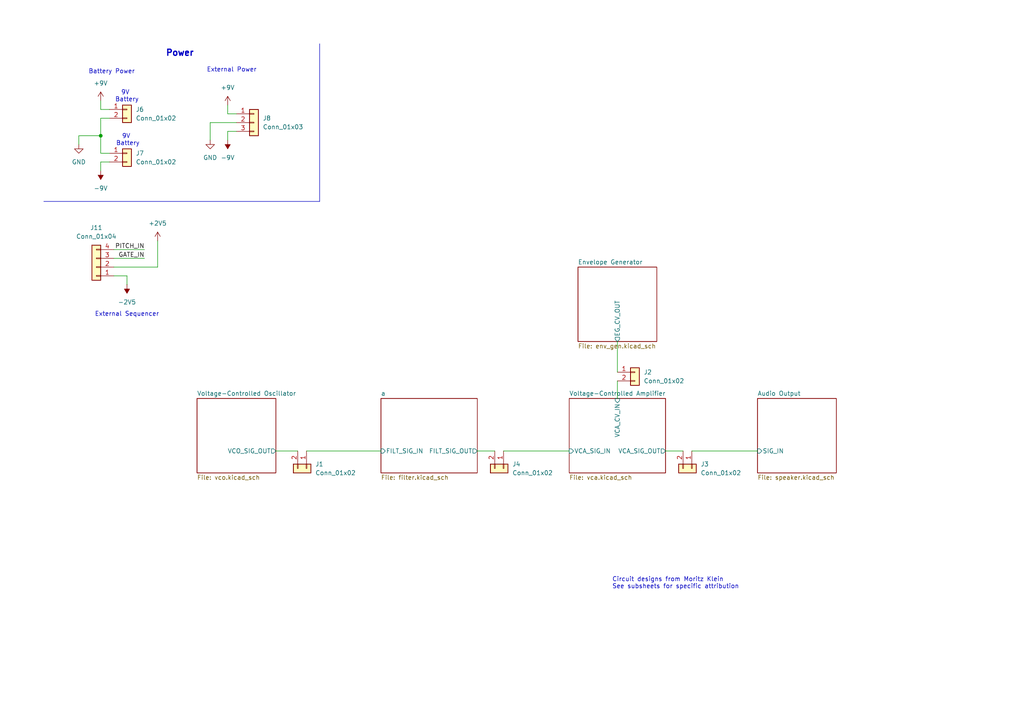
<source format=kicad_sch>
(kicad_sch (version 20250114) (generator "eeschema") (generator_version "9.0")
  (paper "A4")
  (lib_symbols
    (symbol "Connector_Generic:Conn_01x02" (pin_names (offset 1.016) (hide yes))
      (property "Reference" "J" (at 0 2.54 0))
      (property "Value" "Conn_01x02" (at 0 -5.08 0))
      (symbol "Conn_01x02_1_1"
        (rectangle (start -1.27 1.27) (end 1.27 -3.81) (stroke (width 0.254)) (fill (type background)))
        (rectangle (start -1.27 0.127) (end 0 -0.127) (stroke (width 0.1524)))
        (rectangle (start -1.27 -2.413) (end 0 -2.667) (stroke (width 0.1524)))
        (pin passive line (at -5.08 0 0) (length 3.81) (name "Pin_1") (number "1"))
        (pin passive line (at -5.08 -2.54 0) (length 3.81) (name "Pin_2") (number "2"))
      )
    )
    (symbol "Connector_Generic:Conn_01x03" (pin_names (offset 1.016) (hide yes))
      (property "Reference" "J" (at 0 5.08 0))
      (property "Value" "Conn_01x03" (at 0 -5.08 0))
      (symbol "Conn_01x03_1_1"
        (rectangle (start -1.27 3.81) (end 1.27 -3.81) (stroke (width 0.254)) (fill (type background)))
        (rectangle (start -1.27 2.667) (end 0 2.413) (stroke (width 0.1524)))
        (rectangle (start -1.27 0.127) (end 0 -0.127) (stroke (width 0.1524)))
        (rectangle (start -1.27 -2.413) (end 0 -2.667) (stroke (width 0.1524)))
        (pin passive line (at -5.08 2.54 0) (length 3.81) (name "Pin_1") (number "1"))
        (pin passive line (at -5.08 0 0) (length 3.81) (name "Pin_2") (number "2"))
        (pin passive line (at -5.08 -2.54 0) (length 3.81) (name "Pin_3") (number "3"))
      )
    )
    (symbol "Connector_Generic:Conn_01x04" (pin_names (offset 1.016) (hide yes))
      (property "Reference" "J" (at 0 5.08 0))
      (property "Value" "Conn_01x04" (at 0 -7.62 0))
      (symbol "Conn_01x04_1_1"
        (rectangle (start -1.27 3.81) (end 1.27 -6.35) (stroke (width 0.254)) (fill (type background)))
        (rectangle (start -1.27 2.667) (end 0 2.413) (stroke (width 0.1524)))
        (rectangle (start -1.27 0.127) (end 0 -0.127) (stroke (width 0.1524)))
        (rectangle (start -1.27 -2.413) (end 0 -2.667) (stroke (width 0.1524)))
        (rectangle (start -1.27 -4.953) (end 0 -5.207) (stroke (width 0.1524)))
        (pin passive line (at -5.08 2.54 0) (length 3.81) (name "Pin_1") (number "1"))
        (pin passive line (at -5.08 0 0) (length 3.81) (name "Pin_2") (number "2"))
        (pin passive line (at -5.08 -2.54 0) (length 3.81) (name "Pin_3") (number "3"))
        (pin passive line (at -5.08 -5.08 0) (length 3.81) (name "Pin_4") (number "4"))
      )
    )
    (symbol "power:+2V5" (power) (pin_numbers (hide yes)) (pin_names (offset 0) (hide yes))
      (property "Value" "+2V5" (at 0 3.556 0))
      (symbol "+2V5_0_1"
        (polyline (pts (xy -0.762 1.27) (xy 0 2.54)))
        (polyline (pts (xy 0 2.54) (xy 0.762 1.27)))
        (polyline (pts (xy 0 0) (xy 0 2.54)))
      )
      (symbol "+2V5_1_1"
        (pin power_in line (at 0 0 90) (length 0) (name "~") (number "1"))
      )
    )
    (symbol "power:+9V" (power) (pin_numbers (hide yes)) (pin_names (offset 0) (hide yes))
      (property "Value" "+9V" (at 0 3.556 0))
      (symbol "+9V_0_1"
        (polyline (pts (xy -0.762 1.27) (xy 0 2.54)))
        (polyline (pts (xy 0 2.54) (xy 0.762 1.27)))
        (polyline (pts (xy 0 0) (xy 0 2.54)))
      )
      (symbol "+9V_1_1"
        (pin power_in line (at 0 0 90) (length 0) (name "~") (number "1"))
      )
    )
    (symbol "power:-2V5" (power) (pin_numbers (hide yes)) (pin_names (offset 0) (hide yes))
      (property "Value" "-2V5" (at 0 3.556 0))
      (symbol "-2V5_0_0"
        (pin power_in line (at 0 0 90) (length 0) (name "~") (number "1"))
      )
      (symbol "-2V5_0_1"
        (polyline (pts (xy 0 0) (xy 0 1.27) (xy 0.762 1.27) (xy 0 2.54) (xy -0.762 1.27) (xy 0 1.27)) (fill (type outline)))
      )
    )
    (symbol "power:-9V" (power) (pin_numbers (hide yes)) (pin_names (offset 0) (hide yes))
      (property "Value" "-9V" (at 0 3.556 0))
      (symbol "-9V_0_1"
        (polyline (pts (xy 0 0) (xy 0 2.54)))
        (polyline (pts (xy 0.762 1.27) (xy -0.762 1.27) (xy 0 2.54) (xy 0.762 1.27)) (fill (type outline)))
      )
      (symbol "-9V_1_1"
        (pin power_in line (at 0 0 90) (length 0) (name "~") (number "1"))
      )
    )
    (symbol "power:GND" (power) (pin_numbers (hide yes)) (pin_names (offset 0) (hide yes))
      (property "Value" "GND" (at 0 -3.81 0))
      (symbol "GND_0_1"
        (polyline (pts (xy 0 0) (xy 0 -1.27) (xy 1.27 -1.27) (xy 0 -2.54) (xy -1.27 -1.27) (xy 0 -1.27)))
      )
      (symbol "GND_1_1"
        (pin power_in line (at 0 0 270) (length 0) (name "~") (number "1"))
      )
    )
  )
  (text "External Sequencer" (at 36.83 91.186 0) (effects (font (size 1.27 1.27))))
  (text "Power" (at 48.006 15.494 0) (effects (font (size 1.778 1.778) (thickness 0.3556) (bold yes)) (justify left)))
  (text "Circuit designs from Moritz Klein\nSee subsheets for specific attribution" (at 177.546 169.164 0) (effects (font (size 1.27 1.27)) (justify left)))
  (text "External Power" (at 59.944 20.32 0) (effects (font (size 1.27 1.27)) (justify left)))
  (text "Battery Power" (at 25.654 20.828 0) (effects (font (size 1.27 1.27)) (justify left)))
  (text "9V \nBattery" (at 37.084 40.64 0) (effects (font (size 1.27 1.27))))
  (text "9V \nBattery" (at 36.83 27.94 0) (effects (font (size 1.27 1.27))))
  (junction (at 29.21 39.37))
  (wire (pts (xy 31.75 44.45) (xy 29.21 44.45)))
  (wire (pts (xy 68.58 35.56) (xy 60.96 35.56)))
  (wire (pts (xy 66.04 38.1) (xy 66.04 40.64)))
  (wire (pts (xy 29.21 31.75) (xy 31.75 31.75)))
  (wire (pts (xy 33.02 72.39) (xy 41.91 72.39)))
  (wire (pts (xy 66.04 33.02) (xy 68.58 33.02)))
  (wire (pts (xy 66.04 30.48) (xy 66.04 33.02)))
  (wire (pts (xy 36.83 80.01) (xy 36.83 82.55)))
  (wire (pts (xy 60.96 35.56) (xy 60.96 40.64)))
  (wire (pts (xy 31.75 34.29) (xy 29.21 34.29)))
  (wire (pts (xy 193.04 130.81) (xy 198.12 130.81)))
  (wire (pts (xy 179.07 110.49) (xy 179.07 115.57)))
  (wire (pts (xy 45.72 77.47) (xy 45.72 69.85)))
  (wire (pts (xy 22.86 39.37) (xy 29.21 39.37)))
  (wire (pts (xy 33.02 77.47) (xy 45.72 77.47)))
  (wire (pts (xy 33.02 74.93) (xy 41.91 74.93)))
  (wire (pts (xy 80.01 130.81) (xy 86.36 130.81)))
  (wire (pts (xy 31.75 46.99) (xy 29.21 46.99)))
  (polyline (pts (xy 12.7 58.42) (xy 92.71 58.42)))
  (wire (pts (xy 33.02 80.01) (xy 36.83 80.01)))
  (wire (pts (xy 68.58 38.1) (xy 66.04 38.1)))
  (wire (pts (xy 22.86 41.91) (xy 22.86 39.37)))
  (wire (pts (xy 88.9 130.81) (xy 110.49 130.81)))
  (wire (pts (xy 29.21 29.21) (xy 29.21 31.75)))
  (wire (pts (xy 29.21 39.37) (xy 29.21 44.45)))
  (wire (pts (xy 200.66 130.81) (xy 219.71 130.81)))
  (polyline (pts (xy 92.71 12.7) (xy 92.71 58.42)))
  (wire (pts (xy 179.07 99.06) (xy 179.07 107.95)))
  (wire (pts (xy 29.21 34.29) (xy 29.21 39.37)))
  (wire (pts (xy 138.43 130.81) (xy 143.51 130.81)))
  (wire (pts (xy 29.21 46.99) (xy 29.21 49.53)))
  (wire (pts (xy 146.05 130.81) (xy 165.1 130.81)))
  (label "GATE_IN" (at 41.91 74.93 180))
  (label "PITCH_IN" (at 41.91 72.39 180))
  (symbol (lib_id "power:-2V5") (at 36.83 82.55 180) (unit 1)
    (property "Reference" "#PWR010" (effects (hide yes)))
    (property "Value" "-2V5" (at 36.83 87.63 0))
    (property "Description" "Power symbol creates a global label with name \"-2V5\"" (effects (hide yes)))
  )
  (symbol (lib_id "power:GND") (at 22.86 41.91 0) (unit 1)
    (property "Reference" "#PWR058" (effects (hide yes)))
    (property "Value" "GND" (at 22.86 46.99 0))
    (property "Description" "Power symbol creates a global label with name \"GND\" , ground" (effects (hide yes)))
  )
  (symbol (lib_id "Connector_Generic:Conn_01x02") (at 200.66 135.89 270) (unit 1)
    (property "Reference" "J3" (at 203.2 134.6199 90) (effects (justify left)))
    (property "Value" "Conn_01x02" (at 203.2 137.1599 90) (effects (justify left)))
    (property "Footprint" "Connector_PinHeader_2.54mm:PinHeader_1x02_P2.54mm_Vertical" (effects (hide yes)))
    (property "Description" "Generic connector, single row, 01x02, script generated (kicad-library-utils/schlib/autogen/connector/)" (effects (hide yes)))
  )
  (symbol (lib_id "Connector_Generic:Conn_01x03") (at 73.66 35.56 0) (unit 1)
    (property "Reference" "J8" (at 76.2 34.2899 0) (effects (justify left)))
    (property "Value" "Conn_01x03" (at 76.2 36.8299 0) (effects (justify left)))
    (property "Footprint" "Connector_PinHeader_2.54mm:PinHeader_1x03_P2.54mm_Horizontal" (effects (hide yes)))
    (property "Description" "Generic connector, single row, 01x03, script generated (kicad-library-utils/schlib/autogen/connector/)" (effects (hide yes)))
  )
  (symbol (lib_id "power:-9V") (at 29.21 49.53 180) (unit 1)
    (property "Reference" "#PWR057" (effects (hide yes)))
    (property "Value" "-9V" (at 29.21 54.61 0))
    (property "Description" "Power symbol creates a global label with name \"-9V\"" (effects (hide yes)))
  )
  (symbol (lib_id "Connector_Generic:Conn_01x02") (at 36.83 31.75 0) (unit 1)
    (property "Reference" "J6" (at 39.37 31.7499 0) (effects (justify left)))
    (property "Value" "Conn_01x02" (at 39.37 34.2899 0) (effects (justify left)))
    (property "Footprint" "Connector_PinHeader_2.54mm:PinHeader_1x02_P2.54mm_Vertical" (effects (hide yes)))
    (property "Description" "Generic connector, single row, 01x02, script generated (kicad-library-utils/schlib/autogen/connector/)" (effects (hide yes)))
  )
  (symbol (lib_id "power:+2V5") (at 45.72 69.85 0) (unit 1)
    (property "Reference" "#PWR040" (effects (hide yes)))
    (property "Value" "+2V5" (at 45.72 64.77 0))
    (property "Description" "Power symbol creates a global label with name \"+2V5\"" (effects (hide yes)))
  )
  (symbol (lib_id "power:+9V") (at 66.04 30.48 0) (unit 1)
    (property "Reference" "#PWR059" (effects (hide yes)))
    (property "Value" "+9V" (at 66.04 25.4 0))
    (property "Description" "Power symbol creates a global label with name \"+9V\"" (effects (hide yes)))
  )
  (symbol (lib_id "Connector_Generic:Conn_01x02") (at 146.05 135.89 270) (unit 1)
    (property "Reference" "J4" (at 148.59 134.6199 90) (effects (justify left)))
    (property "Value" "Conn_01x02" (at 148.59 137.1599 90) (effects (justify left)))
    (property "Footprint" "Connector_PinHeader_2.54mm:PinHeader_1x02_P2.54mm_Vertical" (effects (hide yes)))
    (property "Description" "Generic connector, single row, 01x02, script generated (kicad-library-utils/schlib/autogen/connector/)" (effects (hide yes)))
  )
  (symbol (lib_id "power:GND") (at 60.96 40.64 0) (unit 1)
    (property "Reference" "#PWR061" (effects (hide yes)))
    (property "Value" "GND" (at 60.96 45.72 0))
    (property "Description" "Power symbol creates a global label with name \"GND\" , ground" (effects (hide yes)))
  )
  (symbol (lib_id "power:-9V") (at 66.04 40.64 180) (unit 1)
    (property "Reference" "#PWR060" (effects (hide yes)))
    (property "Value" "-9V" (at 66.04 45.72 0))
    (property "Description" "Power symbol creates a global label with name \"-9V\"" (effects (hide yes)))
  )
  (symbol (lib_id "Connector_Generic:Conn_01x04") (at 27.94 77.47 180) (unit 1)
    (property "Reference" "J11" (at 27.94 66.04 0))
    (property "Value" "Conn_01x04" (at 27.94 68.58 0))
    (property "Footprint" "Connector_PinHeader_2.54mm:PinHeader_1x04_P2.54mm_Vertical" (effects (hide yes)))
    (property "Description" "Generic connector, single row, 01x04, script generated (kicad-library-utils/schlib/autogen/connector/)" (effects (hide yes)))
  )
  (symbol (lib_id "Connector_Generic:Conn_01x02") (at 88.9 135.89 270) (unit 1)
    (property "Reference" "J1" (at 91.44 134.6199 90) (effects (justify left)))
    (property "Value" "Conn_01x02" (at 91.44 137.1599 90) (effects (justify left)))
    (property "Footprint" "Connector_PinHeader_2.54mm:PinHeader_1x02_P2.54mm_Vertical" (effects (hide yes)))
    (property "Description" "Generic connector, single row, 01x02, script generated (kicad-library-utils/schlib/autogen/connector/)" (effects (hide yes)))
  )
  (symbol (lib_id "Connector_Generic:Conn_01x02") (at 36.83 44.45 0) (unit 1)
    (property "Reference" "J7" (at 39.37 44.4499 0) (effects (justify left)))
    (property "Value" "Conn_01x02" (at 39.37 46.9899 0) (effects (justify left)))
    (property "Footprint" "Connector_PinHeader_2.54mm:PinHeader_1x02_P2.54mm_Vertical" (effects (hide yes)))
    (property "Description" "Generic connector, single row, 01x02, script generated (kicad-library-utils/schlib/autogen/connector/)" (effects (hide yes)))
  )
  (symbol (lib_id "Connector_Generic:Conn_01x02") (at 184.15 107.95 0) (unit 1)
    (property "Reference" "J2" (at 186.69 107.9499 0) (effects (justify left)))
    (property "Value" "Conn_01x02" (at 186.69 110.4899 0) (effects (justify left)))
    (property "Footprint" "Connector_PinHeader_2.54mm:PinHeader_1x02_P2.54mm_Vertical" (effects (hide yes)))
    (property "Description" "Generic connector, single row, 01x02, script generated (kicad-library-utils/schlib/autogen/connector/)" (effects (hide yes)))
  )
  (symbol (lib_id "power:+9V") (at 29.21 29.21 0) (unit 1)
    (property "Reference" "#PWR056" (effects (hide yes)))
    (property "Value" "+9V" (at 29.21 24.13 0))
    (property "Description" "Power symbol creates a global label with name \"+9V\"" (effects (hide yes)))
  )
  (sheet (at 219.71 115.57) (size 22.86 21.59) (stroke (width 0.1524))
    (property "Sheetname" "Audio Output" (at 219.71 114.8584 0) (effects (justify left bottom)))
    (property "Sheetfile" "speaker.kicad_sch" (at 219.71 137.7446 0) (effects (justify left top)))
    (pin "SIG_IN" input (at 219.71 130.81 180))
  )
  (sheet (at 110.49 115.57) (size 27.94 21.59) (stroke (width 0.1524))
    (property "Sheetname" "a" (at 110.49 114.8584 0) (effects (justify left bottom)))
    (property "Sheetfile" "filter.kicad_sch" (at 110.49 137.7446 0) (effects (justify left top)))
    (pin "FILT_SIG_IN" input (at 110.49 130.81 180))
    (pin "FILT_SIG_OUT" output (at 138.43 130.81 0))
  )
  (sheet (at 165.1 115.57) (size 27.94 21.59) (stroke (width 0.1524))
    (property "Sheetname" "Voltage-Controlled Amplifier" (at 165.1 114.8584 0) (effects (justify left bottom)))
    (property "Sheetfile" "vca.kicad_sch" (at 165.1 137.7446 0) (effects (justify left top)))
    (pin "VCA_CV_IN" input (at 179.07 115.57 90))
    (pin "VCA_SIG_IN" input (at 165.1 130.81 180))
    (pin "VCA_SIG_OUT" output (at 193.04 130.81 0))
  )
  (sheet (at 167.64 77.47) (size 22.86 21.59) (stroke (width 0.1524))
    (property "Sheetname" "Envelope Generator" (at 167.64 76.7584 0) (effects (justify left bottom)))
    (property "Sheetfile" "env_gen.kicad_sch" (at 167.64 99.6446 0) (effects (justify left top)))
    (pin "EG_CV_OUT" output (at 179.07 99.06 270))
  )
  (sheet (at 57.15 115.57) (size 22.86 21.59) (stroke (width 0.1524))
    (property "Sheetname" "Voltage-Controlled Oscillator" (at 57.15 114.8584 0) (effects (justify left bottom)))
    (property "Sheetfile" "vco.kicad_sch" (at 57.15 137.7446 0) (effects (justify left top)))
    (pin "VCO_SIG_OUT" output (at 80.01 130.81 0))
  )
)
</source>
